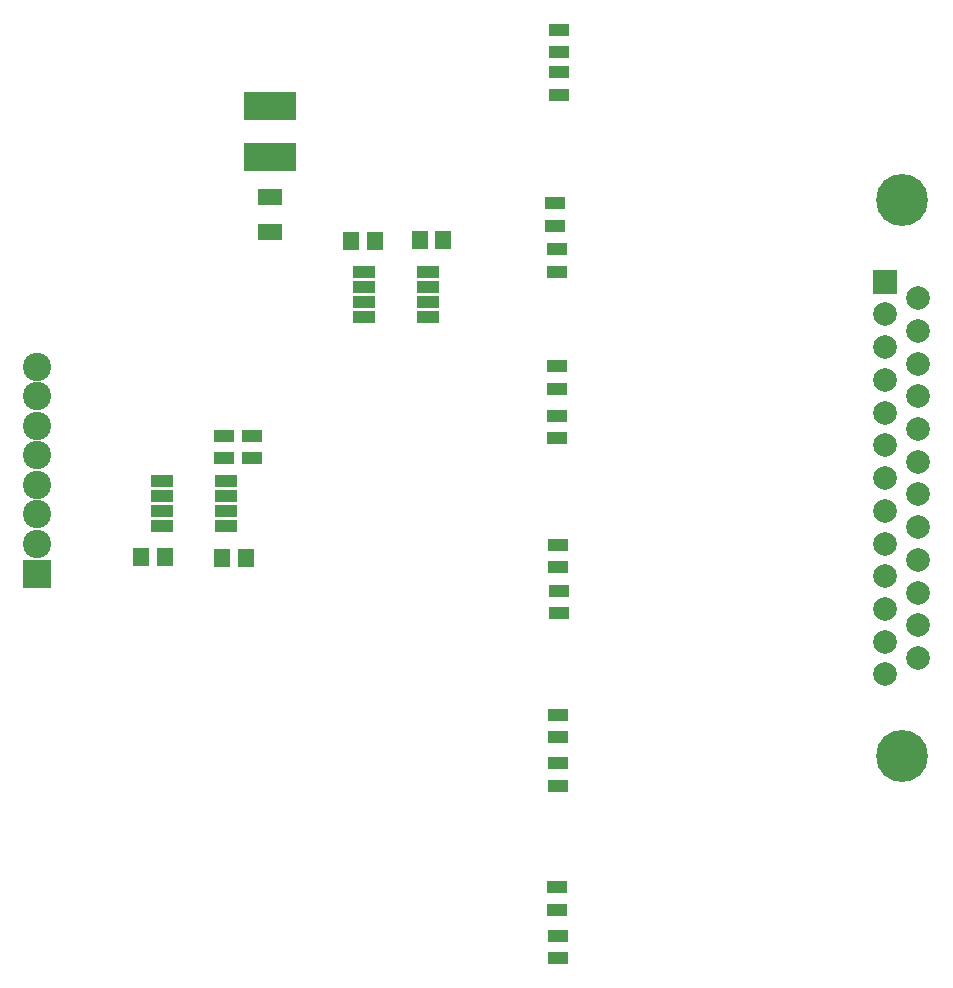
<source format=gbr>
G04 #@! TF.GenerationSoftware,KiCad,Pcbnew,(5.1.2)-1*
G04 #@! TF.CreationDate,2019-12-09T15:06:57+03:00*
G04 #@! TF.ProjectId,DAC_board,4441435f-626f-4617-9264-2e6b69636164,rev?*
G04 #@! TF.SameCoordinates,Original*
G04 #@! TF.FileFunction,Soldermask,Top*
G04 #@! TF.FilePolarity,Negative*
%FSLAX46Y46*%
G04 Gerber Fmt 4.6, Leading zero omitted, Abs format (unit mm)*
G04 Created by KiCad (PCBNEW (5.1.2)-1) date 2019-12-09 15:06:57*
%MOMM*%
%LPD*%
G04 APERTURE LIST*
%ADD10C,4.400000*%
%ADD11C,2.000000*%
%ADD12R,2.000000X2.000000*%
%ADD13R,1.400000X1.650000*%
%ADD14R,4.400000X2.400000*%
%ADD15R,1.700000X1.100000*%
%ADD16R,1.950000X1.000000*%
%ADD17C,2.400000*%
%ADD18R,2.400000X2.400000*%
%ADD19R,2.000000X1.400000*%
G04 APERTURE END LIST*
D10*
X191220000Y-71370000D03*
X191220000Y-118470000D03*
D11*
X192640000Y-110155000D03*
X192640000Y-107385000D03*
X192640000Y-104615000D03*
X192640000Y-101845000D03*
X192640000Y-99075000D03*
X192640000Y-96305000D03*
X192640000Y-93535000D03*
X192640000Y-90765000D03*
X192640000Y-87995000D03*
X192640000Y-85225000D03*
X192640000Y-82455000D03*
X192640000Y-79685000D03*
X189800000Y-111540000D03*
X189800000Y-108770000D03*
X189800000Y-106000000D03*
X189800000Y-103230000D03*
X189800000Y-100460000D03*
X189800000Y-97690000D03*
X189800000Y-94920000D03*
X189800000Y-92150000D03*
X189800000Y-89380000D03*
X189800000Y-86610000D03*
X189800000Y-83840000D03*
X189800000Y-81070000D03*
D12*
X189800000Y-78300000D03*
D13*
X133700000Y-101650000D03*
X135700000Y-101650000D03*
X126850000Y-101600000D03*
X128850000Y-101600000D03*
X152400000Y-74800000D03*
X150400000Y-74800000D03*
X146600000Y-74850000D03*
X144600000Y-74850000D03*
D14*
X137700000Y-63441000D03*
X137700000Y-67759000D03*
D15*
X162200000Y-62450000D03*
X162200000Y-60550000D03*
X162200000Y-56950000D03*
X162200000Y-58850000D03*
X136200000Y-93250000D03*
X136200000Y-91350000D03*
X133850000Y-91350000D03*
X133850000Y-93250000D03*
X162000000Y-77450000D03*
X162000000Y-75550000D03*
X161900000Y-71650000D03*
X161900000Y-73550000D03*
X162000000Y-91550000D03*
X162000000Y-89650000D03*
X162000000Y-85450000D03*
X162000000Y-87350000D03*
X162200000Y-106350000D03*
X162200000Y-104450000D03*
X162100000Y-100550000D03*
X162100000Y-102450000D03*
X162100000Y-120950000D03*
X162100000Y-119050000D03*
X162100000Y-114950000D03*
X162100000Y-116850000D03*
X162100000Y-135550000D03*
X162100000Y-133650000D03*
X162000000Y-129550000D03*
X162000000Y-131450000D03*
D16*
X128600000Y-95145000D03*
X128600000Y-96415000D03*
X128600000Y-97685000D03*
X128600000Y-98955000D03*
X134000000Y-98955000D03*
X134000000Y-97685000D03*
X134000000Y-96415000D03*
X134000000Y-95145000D03*
X145700000Y-77495000D03*
X145700000Y-78765000D03*
X145700000Y-80035000D03*
X145700000Y-81305000D03*
X151100000Y-81305000D03*
X151100000Y-80035000D03*
X151100000Y-78765000D03*
X151100000Y-77495000D03*
D17*
X118000000Y-85490000D03*
X118000000Y-87990000D03*
X118000000Y-90490000D03*
X118000000Y-92990000D03*
X118000000Y-95490000D03*
X118000000Y-97990000D03*
X118000000Y-100490000D03*
D18*
X118000000Y-103000000D03*
D19*
X137700000Y-71100000D03*
X137700000Y-74100000D03*
M02*

</source>
